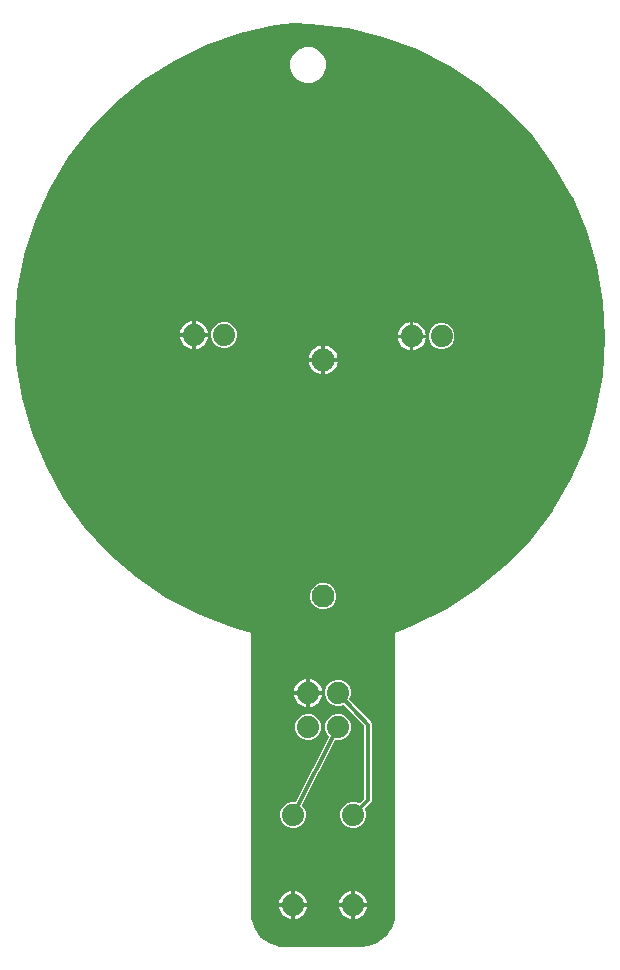
<source format=gbl>
G04 EAGLE Gerber X2 export*
G75*
%MOMM*%
%FSLAX34Y34*%
%LPD*%
%AMOC8*
5,1,8,0,0,1.08239X$1,22.5*%
G01*
%ADD10C,1.879600*%
%ADD11C,1.950000*%
%ADD12C,0.304800*%

G36*
X299869Y2544D02*
X299869Y2544D01*
X299907Y2543D01*
X304139Y2876D01*
X304144Y2877D01*
X304150Y2877D01*
X304314Y2911D01*
X312363Y5526D01*
X312395Y5543D01*
X312430Y5551D01*
X312576Y5634D01*
X319423Y10609D01*
X319448Y10634D01*
X319478Y10653D01*
X319591Y10777D01*
X324566Y17624D01*
X324582Y17656D01*
X324605Y17684D01*
X324674Y17837D01*
X327289Y25886D01*
X327290Y25891D01*
X327292Y25896D01*
X327324Y26061D01*
X327657Y30293D01*
X327655Y30315D01*
X327659Y30352D01*
X327659Y266127D01*
X327652Y266173D01*
X327654Y266220D01*
X327623Y266349D01*
X327620Y266370D01*
X327617Y266375D01*
X327615Y266383D01*
X327453Y266835D01*
X327586Y267116D01*
X327609Y267197D01*
X327641Y267275D01*
X327646Y267326D01*
X327654Y267352D01*
X327653Y267382D01*
X327659Y267441D01*
X327659Y267752D01*
X327998Y268091D01*
X328026Y268130D01*
X328060Y268161D01*
X328130Y268274D01*
X328142Y268291D01*
X328144Y268297D01*
X328148Y268304D01*
X328353Y268738D01*
X328646Y268842D01*
X328720Y268883D01*
X328797Y268916D01*
X328837Y268948D01*
X328861Y268962D01*
X328881Y268984D01*
X328928Y269021D01*
X329148Y269241D01*
X329581Y269241D01*
X329639Y269250D01*
X329696Y269250D01*
X329793Y269275D01*
X329824Y269280D01*
X329837Y269287D01*
X329858Y269293D01*
X343715Y274711D01*
X343736Y274723D01*
X343776Y274738D01*
X371378Y288413D01*
X371402Y288430D01*
X371455Y288457D01*
X397283Y305244D01*
X397305Y305264D01*
X397354Y305296D01*
X421059Y324968D01*
X421078Y324991D01*
X421123Y325029D01*
X442384Y347319D01*
X442400Y347344D01*
X442441Y347387D01*
X460970Y371995D01*
X460983Y372021D01*
X461019Y372069D01*
X476565Y398662D01*
X476576Y398689D01*
X476605Y398741D01*
X488960Y426959D01*
X488967Y426987D01*
X488990Y427042D01*
X497985Y456503D01*
X497989Y456532D01*
X498006Y456589D01*
X503520Y486896D01*
X503520Y486925D01*
X503531Y486983D01*
X505489Y517725D01*
X505486Y517755D01*
X505489Y517814D01*
X503865Y548575D01*
X503859Y548604D01*
X503855Y548663D01*
X498671Y579027D01*
X498662Y579055D01*
X498651Y579113D01*
X489977Y608671D01*
X489964Y608698D01*
X489947Y608754D01*
X477900Y637105D01*
X477884Y637130D01*
X477861Y637184D01*
X462604Y663944D01*
X462585Y663967D01*
X462556Y664019D01*
X444295Y688827D01*
X444274Y688847D01*
X444239Y688895D01*
X423222Y711415D01*
X423199Y711433D01*
X423158Y711476D01*
X399669Y731405D01*
X399643Y731420D01*
X399598Y731458D01*
X373954Y748524D01*
X373927Y748537D01*
X373878Y748569D01*
X346426Y762543D01*
X346397Y762552D01*
X346345Y762579D01*
X317456Y773271D01*
X317427Y773277D01*
X317371Y773297D01*
X287437Y780564D01*
X287407Y780566D01*
X287350Y780580D01*
X256774Y784322D01*
X256750Y784321D01*
X256708Y784327D01*
X241485Y784853D01*
X241453Y784849D01*
X241360Y784847D01*
X226438Y782887D01*
X226415Y782880D01*
X226373Y782876D01*
X196651Y776296D01*
X196623Y776285D01*
X196566Y776272D01*
X167809Y766287D01*
X167783Y766273D01*
X167727Y766253D01*
X140323Y752997D01*
X140299Y752980D01*
X140246Y752954D01*
X114567Y736606D01*
X114545Y736586D01*
X114495Y736554D01*
X90888Y717336D01*
X90868Y717313D01*
X90822Y717276D01*
X69606Y695446D01*
X69589Y695422D01*
X69548Y695380D01*
X51008Y671235D01*
X50994Y671209D01*
X50959Y671162D01*
X35348Y645028D01*
X35337Y645000D01*
X35307Y644949D01*
X22836Y617180D01*
X22828Y617151D01*
X22804Y617097D01*
X13641Y588068D01*
X13637Y588038D01*
X13619Y587982D01*
X7888Y558085D01*
X7888Y558055D01*
X7877Y557997D01*
X5655Y527637D01*
X5658Y527607D01*
X5654Y527549D01*
X6972Y497136D01*
X6978Y497107D01*
X6981Y497048D01*
X11821Y466994D01*
X11830Y466966D01*
X11840Y466907D01*
X20136Y437618D01*
X20149Y437591D01*
X20165Y437535D01*
X31806Y409407D01*
X31822Y409382D01*
X31844Y409327D01*
X46672Y382741D01*
X46690Y382718D01*
X46719Y382666D01*
X64532Y357981D01*
X64554Y357960D01*
X64588Y357913D01*
X85147Y335462D01*
X85170Y335444D01*
X85211Y335401D01*
X108237Y315489D01*
X108262Y315473D01*
X108307Y315435D01*
X133489Y298331D01*
X133515Y298319D01*
X133565Y298286D01*
X160562Y284221D01*
X160590Y284212D01*
X160643Y284185D01*
X189090Y273349D01*
X189114Y273344D01*
X189153Y273328D01*
X203447Y269270D01*
X203468Y269267D01*
X203488Y269259D01*
X203655Y269241D01*
X204252Y269241D01*
X204353Y269140D01*
X204451Y269070D01*
X204548Y268999D01*
X204551Y268998D01*
X204553Y268996D01*
X204563Y268993D01*
X204705Y268940D01*
X204843Y268905D01*
X205172Y268354D01*
X205178Y268346D01*
X205182Y268337D01*
X205287Y268206D01*
X205741Y267752D01*
X205741Y267610D01*
X205760Y267492D01*
X205779Y267373D01*
X205780Y267370D01*
X205780Y267367D01*
X205785Y267358D01*
X205848Y267220D01*
X205921Y267098D01*
X205764Y266476D01*
X205763Y266465D01*
X205759Y266456D01*
X205741Y266289D01*
X205741Y29828D01*
X205744Y29807D01*
X205743Y29769D01*
X206070Y25619D01*
X206071Y25613D01*
X206071Y25608D01*
X206105Y25444D01*
X208669Y17550D01*
X208686Y17519D01*
X208694Y17484D01*
X208777Y17338D01*
X213656Y10624D01*
X213681Y10599D01*
X213700Y10568D01*
X213824Y10456D01*
X220538Y5577D01*
X220570Y5561D01*
X220598Y5538D01*
X220750Y5469D01*
X228643Y2905D01*
X228649Y2904D01*
X228654Y2901D01*
X228819Y2870D01*
X232969Y2543D01*
X232991Y2545D01*
X233028Y2541D01*
X299848Y2541D01*
X299869Y2544D01*
G37*
%LPC*%
G36*
X289927Y103377D02*
X289927Y103377D01*
X285913Y105040D01*
X282840Y108113D01*
X281177Y112127D01*
X281177Y116473D01*
X282840Y120487D01*
X285913Y123560D01*
X289927Y125223D01*
X294273Y125223D01*
X296941Y124117D01*
X297055Y124091D01*
X297168Y124062D01*
X297175Y124063D01*
X297181Y124061D01*
X297297Y124072D01*
X297414Y124081D01*
X297419Y124084D01*
X297426Y124084D01*
X297533Y124132D01*
X297640Y124178D01*
X297646Y124182D01*
X297650Y124184D01*
X297664Y124197D01*
X297771Y124282D01*
X301528Y128040D01*
X301581Y128114D01*
X301641Y128183D01*
X301653Y128213D01*
X301672Y128240D01*
X301699Y128327D01*
X301733Y128411D01*
X301737Y128452D01*
X301744Y128475D01*
X301743Y128507D01*
X301751Y128578D01*
X301751Y188997D01*
X301739Y189074D01*
X301735Y189153D01*
X301719Y189195D01*
X301712Y189240D01*
X301675Y189309D01*
X301647Y189382D01*
X301610Y189430D01*
X301596Y189457D01*
X301577Y189476D01*
X301546Y189517D01*
X284717Y207523D01*
X284712Y207527D01*
X284708Y207533D01*
X284615Y207603D01*
X284523Y207674D01*
X284516Y207676D01*
X284511Y207680D01*
X284400Y207716D01*
X284290Y207754D01*
X284284Y207754D01*
X284277Y207756D01*
X284160Y207755D01*
X284044Y207756D01*
X284038Y207754D01*
X284031Y207754D01*
X283870Y207707D01*
X281573Y206755D01*
X277227Y206755D01*
X273213Y208418D01*
X270140Y211491D01*
X268477Y215505D01*
X268477Y219851D01*
X270140Y223865D01*
X273213Y226938D01*
X277227Y228601D01*
X281573Y228601D01*
X285587Y226938D01*
X288660Y223865D01*
X290323Y219851D01*
X290323Y215505D01*
X289061Y212459D01*
X289037Y212358D01*
X289008Y212258D01*
X289009Y212239D01*
X289005Y212220D01*
X289015Y212116D01*
X289019Y212012D01*
X289026Y211994D01*
X289028Y211975D01*
X289070Y211880D01*
X289108Y211783D01*
X289122Y211764D01*
X289128Y211750D01*
X289150Y211727D01*
X289208Y211648D01*
X306983Y192629D01*
X306991Y192623D01*
X307001Y192611D01*
X307892Y191720D01*
X307849Y190461D01*
X307850Y190451D01*
X307849Y190435D01*
X307849Y125737D01*
X302082Y119971D01*
X302015Y119876D01*
X301944Y119782D01*
X301942Y119776D01*
X301939Y119771D01*
X301905Y119660D01*
X301868Y119548D01*
X301868Y119542D01*
X301866Y119536D01*
X301870Y119419D01*
X301871Y119302D01*
X301873Y119295D01*
X301873Y119290D01*
X301879Y119273D01*
X301917Y119141D01*
X303023Y116473D01*
X303023Y112127D01*
X301360Y108113D01*
X298287Y105040D01*
X294273Y103377D01*
X289927Y103377D01*
G37*
%LPD*%
%LPC*%
G36*
X239127Y103377D02*
X239127Y103377D01*
X235113Y105040D01*
X232040Y108113D01*
X230377Y112127D01*
X230377Y116473D01*
X232040Y120487D01*
X235113Y123560D01*
X239127Y125223D01*
X243001Y125223D01*
X243087Y125237D01*
X243173Y125242D01*
X243208Y125257D01*
X243244Y125262D01*
X243321Y125303D01*
X243401Y125336D01*
X243429Y125360D01*
X243461Y125378D01*
X243521Y125440D01*
X243587Y125497D01*
X243613Y125537D01*
X243631Y125556D01*
X243644Y125584D01*
X243679Y125637D01*
X271652Y180277D01*
X271659Y180301D01*
X271673Y180321D01*
X271697Y180417D01*
X271727Y180511D01*
X271727Y180536D01*
X271733Y180560D01*
X271725Y180659D01*
X271724Y180757D01*
X271715Y180781D01*
X271714Y180805D01*
X271675Y180896D01*
X271642Y180989D01*
X271627Y181009D01*
X271617Y181032D01*
X271512Y181162D01*
X270140Y182535D01*
X268477Y186549D01*
X268477Y190895D01*
X270140Y194909D01*
X273213Y197982D01*
X277227Y199645D01*
X281573Y199645D01*
X285587Y197982D01*
X288660Y194909D01*
X290323Y190895D01*
X290323Y186549D01*
X288660Y182535D01*
X285587Y179462D01*
X281573Y177799D01*
X277699Y177799D01*
X277613Y177785D01*
X277527Y177780D01*
X277492Y177765D01*
X277456Y177760D01*
X277379Y177719D01*
X277299Y177686D01*
X277271Y177662D01*
X277239Y177644D01*
X277179Y177582D01*
X277113Y177525D01*
X277087Y177485D01*
X277069Y177466D01*
X277056Y177438D01*
X277021Y177385D01*
X249048Y122745D01*
X249041Y122721D01*
X249027Y122701D01*
X249003Y122605D01*
X248973Y122511D01*
X248973Y122486D01*
X248967Y122462D01*
X248975Y122363D01*
X248976Y122265D01*
X248985Y122241D01*
X248986Y122217D01*
X249025Y122126D01*
X249058Y122033D01*
X249073Y122013D01*
X249083Y121990D01*
X249188Y121860D01*
X250560Y120487D01*
X252223Y116473D01*
X252223Y112127D01*
X250560Y108113D01*
X247487Y105040D01*
X243473Y103377D01*
X239127Y103377D01*
G37*
%LPD*%
%LPC*%
G36*
X250968Y734059D02*
X250968Y734059D01*
X245367Y736380D01*
X241080Y740667D01*
X238759Y746268D01*
X238759Y752332D01*
X241080Y757933D01*
X245367Y762220D01*
X250968Y764541D01*
X257032Y764541D01*
X262633Y762220D01*
X266920Y757933D01*
X269241Y752332D01*
X269241Y746268D01*
X266920Y740667D01*
X262633Y736380D01*
X257032Y734059D01*
X250968Y734059D01*
G37*
%LPD*%
%LPC*%
G36*
X264457Y288225D02*
X264457Y288225D01*
X260313Y289942D01*
X257142Y293113D01*
X255425Y297257D01*
X255425Y301743D01*
X257142Y305887D01*
X260313Y309058D01*
X264457Y310775D01*
X268943Y310775D01*
X273087Y309058D01*
X276258Y305887D01*
X277975Y301743D01*
X277975Y297257D01*
X276258Y293113D01*
X273087Y289942D01*
X268943Y288225D01*
X264457Y288225D01*
G37*
%LPD*%
%LPC*%
G36*
X364857Y508507D02*
X364857Y508507D01*
X360843Y510170D01*
X357770Y513243D01*
X356107Y517257D01*
X356107Y521603D01*
X357770Y525617D01*
X360843Y528690D01*
X364857Y530353D01*
X369203Y530353D01*
X373217Y528690D01*
X376290Y525617D01*
X377953Y521603D01*
X377953Y517257D01*
X376290Y513243D01*
X373217Y510170D01*
X369203Y508507D01*
X364857Y508507D01*
G37*
%LPD*%
%LPC*%
G36*
X180707Y509777D02*
X180707Y509777D01*
X176693Y511440D01*
X173620Y514513D01*
X171957Y518527D01*
X171957Y522873D01*
X173620Y526887D01*
X176693Y529960D01*
X180707Y531623D01*
X185053Y531623D01*
X189067Y529960D01*
X192140Y526887D01*
X193803Y522873D01*
X193803Y518527D01*
X192140Y514513D01*
X189067Y511440D01*
X185053Y509777D01*
X180707Y509777D01*
G37*
%LPD*%
%LPC*%
G36*
X251827Y177799D02*
X251827Y177799D01*
X247813Y179462D01*
X244740Y182535D01*
X243077Y186549D01*
X243077Y190895D01*
X244740Y194909D01*
X247813Y197982D01*
X251827Y199645D01*
X256173Y199645D01*
X260187Y197982D01*
X263260Y194909D01*
X264923Y190895D01*
X264923Y186549D01*
X263260Y182535D01*
X260187Y179462D01*
X256173Y177799D01*
X251827Y177799D01*
G37*
%LPD*%
%LPC*%
G36*
X268223Y501023D02*
X268223Y501023D01*
X268223Y511703D01*
X269578Y511488D01*
X271418Y510890D01*
X273142Y510012D01*
X274707Y508875D01*
X276075Y507507D01*
X277212Y505942D01*
X278090Y504218D01*
X278688Y502378D01*
X278903Y501023D01*
X268223Y501023D01*
G37*
%LPD*%
%LPC*%
G36*
X268223Y497977D02*
X268223Y497977D01*
X278903Y497977D01*
X278688Y496622D01*
X278090Y494782D01*
X277212Y493058D01*
X276075Y491493D01*
X274707Y490125D01*
X273142Y488988D01*
X271418Y488110D01*
X269578Y487512D01*
X268223Y487297D01*
X268223Y497977D01*
G37*
%LPD*%
%LPC*%
G36*
X254497Y501023D02*
X254497Y501023D01*
X254712Y502378D01*
X255310Y504218D01*
X256188Y505942D01*
X257325Y507507D01*
X258693Y508875D01*
X260258Y510012D01*
X261982Y510890D01*
X263822Y511488D01*
X265177Y511703D01*
X265177Y501023D01*
X254497Y501023D01*
G37*
%LPD*%
%LPC*%
G36*
X263822Y487512D02*
X263822Y487512D01*
X261982Y488110D01*
X260258Y488988D01*
X258693Y490125D01*
X257325Y491493D01*
X256188Y493058D01*
X255310Y494782D01*
X254712Y496622D01*
X254497Y497977D01*
X265177Y497977D01*
X265177Y487297D01*
X263822Y487512D01*
G37*
%LPD*%
%LPC*%
G36*
X343153Y520953D02*
X343153Y520953D01*
X343153Y531276D01*
X344426Y531075D01*
X346213Y530494D01*
X347887Y529641D01*
X349408Y528536D01*
X350736Y527208D01*
X351841Y525687D01*
X352694Y524013D01*
X353275Y522226D01*
X353476Y520953D01*
X343153Y520953D01*
G37*
%LPD*%
%LPC*%
G36*
X159003Y522223D02*
X159003Y522223D01*
X159003Y532546D01*
X160276Y532345D01*
X162063Y531764D01*
X163737Y530911D01*
X165258Y529806D01*
X166586Y528478D01*
X167691Y526957D01*
X168544Y525283D01*
X169125Y523496D01*
X169326Y522223D01*
X159003Y522223D01*
G37*
%LPD*%
%LPC*%
G36*
X255523Y219201D02*
X255523Y219201D01*
X255523Y229524D01*
X256796Y229323D01*
X258583Y228742D01*
X260257Y227889D01*
X261778Y226784D01*
X263106Y225456D01*
X264211Y223935D01*
X265064Y222261D01*
X265645Y220474D01*
X265846Y219201D01*
X255523Y219201D01*
G37*
%LPD*%
%LPC*%
G36*
X293623Y39623D02*
X293623Y39623D01*
X293623Y49946D01*
X294896Y49745D01*
X296683Y49164D01*
X298357Y48311D01*
X299878Y47206D01*
X301206Y45878D01*
X302311Y44357D01*
X303164Y42683D01*
X303745Y40896D01*
X303946Y39623D01*
X293623Y39623D01*
G37*
%LPD*%
%LPC*%
G36*
X242823Y39623D02*
X242823Y39623D01*
X242823Y49946D01*
X244096Y49745D01*
X245883Y49164D01*
X247557Y48311D01*
X249078Y47206D01*
X250406Y45878D01*
X251511Y44357D01*
X252364Y42683D01*
X252945Y40896D01*
X253146Y39623D01*
X242823Y39623D01*
G37*
%LPD*%
%LPC*%
G36*
X280254Y39623D02*
X280254Y39623D01*
X280455Y40896D01*
X281036Y42683D01*
X281889Y44357D01*
X282994Y45878D01*
X284322Y47206D01*
X285843Y48311D01*
X287517Y49164D01*
X289304Y49745D01*
X290577Y49946D01*
X290577Y39623D01*
X280254Y39623D01*
G37*
%LPD*%
%LPC*%
G36*
X229454Y39623D02*
X229454Y39623D01*
X229655Y40896D01*
X230236Y42683D01*
X231089Y44357D01*
X232194Y45878D01*
X233522Y47206D01*
X235043Y48311D01*
X236717Y49164D01*
X238504Y49745D01*
X239777Y49946D01*
X239777Y39623D01*
X229454Y39623D01*
G37*
%LPD*%
%LPC*%
G36*
X242823Y36577D02*
X242823Y36577D01*
X253146Y36577D01*
X252945Y35304D01*
X252364Y33517D01*
X251511Y31843D01*
X250406Y30322D01*
X249078Y28994D01*
X247557Y27889D01*
X245883Y27036D01*
X244096Y26455D01*
X242823Y26254D01*
X242823Y36577D01*
G37*
%LPD*%
%LPC*%
G36*
X293623Y36577D02*
X293623Y36577D01*
X303946Y36577D01*
X303745Y35304D01*
X303164Y33517D01*
X302311Y31843D01*
X301206Y30322D01*
X299878Y28994D01*
X298357Y27889D01*
X296683Y27036D01*
X294896Y26455D01*
X293623Y26254D01*
X293623Y36577D01*
G37*
%LPD*%
%LPC*%
G36*
X329784Y520953D02*
X329784Y520953D01*
X329985Y522226D01*
X330566Y524013D01*
X331419Y525687D01*
X332524Y527208D01*
X333852Y528536D01*
X335373Y529641D01*
X337047Y530494D01*
X338834Y531075D01*
X340107Y531276D01*
X340107Y520953D01*
X329784Y520953D01*
G37*
%LPD*%
%LPC*%
G36*
X255523Y216155D02*
X255523Y216155D01*
X265846Y216155D01*
X265645Y214882D01*
X265064Y213095D01*
X264211Y211421D01*
X263106Y209900D01*
X261778Y208572D01*
X260257Y207467D01*
X258583Y206614D01*
X256796Y206033D01*
X255523Y205832D01*
X255523Y216155D01*
G37*
%LPD*%
%LPC*%
G36*
X145634Y522223D02*
X145634Y522223D01*
X145835Y523496D01*
X146416Y525283D01*
X147269Y526957D01*
X148374Y528478D01*
X149702Y529806D01*
X151223Y530911D01*
X152897Y531764D01*
X154684Y532345D01*
X155957Y532546D01*
X155957Y522223D01*
X145634Y522223D01*
G37*
%LPD*%
%LPC*%
G36*
X242154Y219201D02*
X242154Y219201D01*
X242355Y220474D01*
X242936Y222261D01*
X243789Y223935D01*
X244894Y225456D01*
X246222Y226784D01*
X247743Y227889D01*
X249417Y228742D01*
X251204Y229323D01*
X252477Y229524D01*
X252477Y219201D01*
X242154Y219201D01*
G37*
%LPD*%
%LPC*%
G36*
X343153Y517907D02*
X343153Y517907D01*
X353476Y517907D01*
X353275Y516634D01*
X352694Y514847D01*
X351841Y513173D01*
X350736Y511652D01*
X349408Y510324D01*
X347887Y509219D01*
X346213Y508366D01*
X344426Y507785D01*
X343153Y507584D01*
X343153Y517907D01*
G37*
%LPD*%
%LPC*%
G36*
X159003Y519177D02*
X159003Y519177D01*
X169326Y519177D01*
X169125Y517904D01*
X168544Y516117D01*
X167691Y514443D01*
X166586Y512922D01*
X165258Y511594D01*
X163737Y510489D01*
X162063Y509636D01*
X160276Y509055D01*
X159003Y508854D01*
X159003Y519177D01*
G37*
%LPD*%
%LPC*%
G36*
X251204Y206033D02*
X251204Y206033D01*
X249417Y206614D01*
X247743Y207467D01*
X246222Y208572D01*
X244894Y209900D01*
X243789Y211421D01*
X242936Y213095D01*
X242355Y214882D01*
X242154Y216155D01*
X252477Y216155D01*
X252477Y205832D01*
X251204Y206033D01*
G37*
%LPD*%
%LPC*%
G36*
X338834Y507785D02*
X338834Y507785D01*
X337047Y508366D01*
X335373Y509219D01*
X333852Y510324D01*
X332524Y511652D01*
X331419Y513173D01*
X330566Y514847D01*
X329985Y516634D01*
X329784Y517907D01*
X340107Y517907D01*
X340107Y507584D01*
X338834Y507785D01*
G37*
%LPD*%
%LPC*%
G36*
X154684Y509055D02*
X154684Y509055D01*
X152897Y509636D01*
X151223Y510489D01*
X149702Y511594D01*
X148374Y512922D01*
X147269Y514443D01*
X146416Y516117D01*
X145835Y517904D01*
X145634Y519177D01*
X155957Y519177D01*
X155957Y508854D01*
X154684Y509055D01*
G37*
%LPD*%
%LPC*%
G36*
X238504Y26455D02*
X238504Y26455D01*
X236717Y27036D01*
X235043Y27889D01*
X233522Y28994D01*
X232194Y30322D01*
X231089Y31843D01*
X230236Y33517D01*
X229655Y35304D01*
X229454Y36577D01*
X239777Y36577D01*
X239777Y26254D01*
X238504Y26455D01*
G37*
%LPD*%
%LPC*%
G36*
X289304Y26455D02*
X289304Y26455D01*
X287517Y27036D01*
X285843Y27889D01*
X284322Y28994D01*
X282994Y30322D01*
X281889Y31843D01*
X281036Y33517D01*
X280455Y35304D01*
X280254Y36577D01*
X290577Y36577D01*
X290577Y26254D01*
X289304Y26455D01*
G37*
%LPD*%
%LPC*%
G36*
X253999Y217677D02*
X253999Y217677D01*
X253999Y217679D01*
X254001Y217679D01*
X254001Y217677D01*
X253999Y217677D01*
G37*
%LPD*%
%LPC*%
G36*
X266699Y499499D02*
X266699Y499499D01*
X266699Y499501D01*
X266701Y499501D01*
X266701Y499499D01*
X266699Y499499D01*
G37*
%LPD*%
%LPC*%
G36*
X292099Y38099D02*
X292099Y38099D01*
X292099Y38101D01*
X292101Y38101D01*
X292101Y38099D01*
X292099Y38099D01*
G37*
%LPD*%
%LPC*%
G36*
X241299Y38099D02*
X241299Y38099D01*
X241299Y38101D01*
X241301Y38101D01*
X241301Y38099D01*
X241299Y38099D01*
G37*
%LPD*%
%LPC*%
G36*
X341629Y519429D02*
X341629Y519429D01*
X341629Y519431D01*
X341631Y519431D01*
X341631Y519429D01*
X341629Y519429D01*
G37*
%LPD*%
%LPC*%
G36*
X157479Y520699D02*
X157479Y520699D01*
X157479Y520701D01*
X157481Y520701D01*
X157481Y520699D01*
X157479Y520699D01*
G37*
%LPD*%
D10*
X341630Y519430D03*
X367030Y519430D03*
X157480Y520700D03*
X182880Y520700D03*
X254000Y217678D03*
X254000Y188722D03*
X279400Y217678D03*
X279400Y188722D03*
X292100Y114300D03*
X292100Y38100D03*
X241300Y114300D03*
X241300Y38100D03*
D11*
X266700Y299500D03*
X266700Y499500D03*
D12*
X279400Y217678D02*
X304800Y190500D01*
X304800Y127000D01*
X292100Y114300D01*
X241300Y114300D02*
X279400Y188722D01*
M02*

</source>
